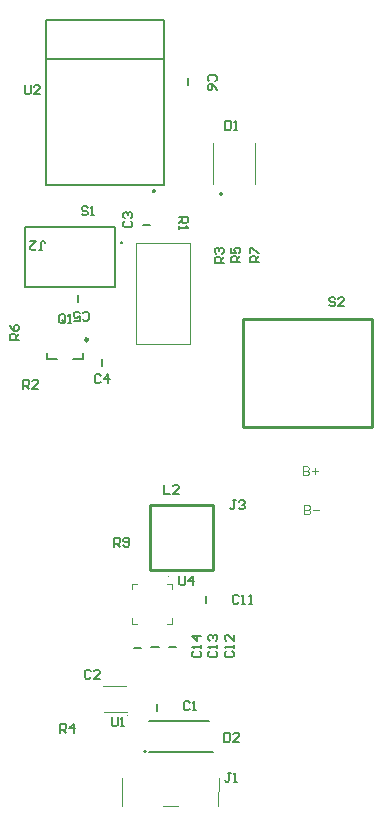
<source format=gto>
G04*
G04 #@! TF.GenerationSoftware,Altium Limited,Altium Designer,25.2.1 (25)*
G04*
G04 Layer_Color=65535*
%FSLAX44Y44*%
%MOMM*%
G71*
G04*
G04 #@! TF.SameCoordinates,8C29F912-5D16-4966-89D4-FD56EA257BD5*
G04*
G04*
G04 #@! TF.FilePolarity,Positive*
G04*
G01*
G75*
%ADD10C,0.1250*%
%ADD11C,0.2000*%
%ADD12C,0.2500*%
%ADD13C,0.3000*%
%ADD14C,0.1000*%
%ADD15C,0.1270*%
%ADD16C,0.2540*%
D10*
X114110Y190752D02*
G03*
X114110Y190752I-500J0D01*
G01*
X132738Y387826D02*
Y472916D01*
X87018Y387826D02*
X132738D01*
X87018D02*
Y472916D01*
X132738D01*
X112523Y184638D02*
X117148D01*
Y180013D02*
Y184638D01*
Y150638D02*
Y155263D01*
X112523Y150638D02*
X117148D01*
X83148D02*
X87773D01*
X83148D02*
Y155263D01*
Y184638D02*
X87773D01*
X83148Y180013D02*
Y184638D01*
X109340Y-3355D02*
X122040D01*
X59546Y76274D02*
X79159D01*
X58896Y97592D02*
X78509D01*
X227838Y283969D02*
Y276352D01*
X231647D01*
X232916Y277622D01*
Y278891D01*
X231647Y280161D01*
X227838D01*
X231647D01*
X232916Y281430D01*
Y282700D01*
X231647Y283969D01*
X227838D01*
X235455Y280161D02*
X240534D01*
X237995Y282700D02*
Y277622D01*
X229026Y251047D02*
Y243429D01*
X232835D01*
X234105Y244699D01*
Y245968D01*
X232835Y247238D01*
X229026D01*
X232835D01*
X234105Y248507D01*
Y249777D01*
X232835Y251047D01*
X229026D01*
X236644Y247238D02*
X241722D01*
D11*
X95370Y42365D02*
G03*
X93370Y42365I-1000J0D01*
G01*
D02*
G03*
X95370Y42365I1000J0D01*
G01*
X157672Y514348D02*
G03*
X159672Y514348I1000J0D01*
G01*
D02*
G03*
X157672Y514348I-1000J0D01*
G01*
X-7416Y486460D02*
X68783D01*
X-7416Y435661D02*
X68783D01*
Y486460D01*
X-7416Y435661D02*
Y486460D01*
X11605Y374542D02*
X19605D01*
X11605D02*
Y379542D01*
X33605Y374542D02*
X41605D01*
Y379542D01*
X97810Y67998D02*
X148570D01*
X97810Y42238D02*
X151440D01*
D12*
X45855Y391042D02*
G03*
X45855Y391042I-1250J0D01*
G01*
D13*
X101970Y516960D02*
G03*
X101970Y516960I-500J0D01*
G01*
D14*
X79990Y73226D02*
G03*
X79990Y73226I-500J0D01*
G01*
X156330Y-3355D02*
X156690Y20075D01*
X74690Y-3355D02*
Y20075D01*
X152172Y522748D02*
Y557948D01*
X187172Y522748D02*
Y557948D01*
D15*
X146055Y168001D02*
Y174001D01*
X84668Y130426D02*
X90668D01*
X114573Y130557D02*
X120573D01*
X99718Y130488D02*
X105717D01*
X57555Y369042D02*
Y375042D01*
X92408Y488599D02*
X98407D01*
X104690Y76868D02*
Y82868D01*
X130810Y606346D02*
Y612346D01*
X37592Y422958D02*
Y428958D01*
X10220Y628490D02*
X110220D01*
X10220Y521660D02*
X110220D01*
Y661660D01*
X10220D02*
X110220D01*
X10220Y521660D02*
Y661660D01*
X75134Y474015D02*
Y472745D01*
X73864D01*
Y474015D01*
X75134D01*
X173864Y173891D02*
X172594Y175161D01*
X170055D01*
X168786Y173891D01*
Y168813D01*
X170055Y167543D01*
X172594D01*
X173864Y168813D01*
X176403Y167543D02*
X178942D01*
X177673D01*
Y175161D01*
X176403Y173891D01*
X182751Y167543D02*
X185290D01*
X184021D01*
Y175161D01*
X182751Y173891D01*
X135637Y127382D02*
X134367Y126113D01*
Y123574D01*
X135637Y122304D01*
X140715D01*
X141985Y123574D01*
Y126113D01*
X140715Y127382D01*
X141985Y129922D02*
Y132461D01*
Y131191D01*
X134367D01*
X135637Y129922D01*
X141985Y140078D02*
X134367D01*
X138176Y136270D01*
Y141348D01*
X123446Y190985D02*
Y184637D01*
X124716Y183367D01*
X127255D01*
X128524Y184637D01*
Y190985D01*
X134872Y183367D02*
Y190985D01*
X131064Y187176D01*
X136142D01*
X45855Y502924D02*
X44586Y504194D01*
X42046D01*
X40777Y502924D01*
Y501655D01*
X42046Y500385D01*
X44586D01*
X45855Y499115D01*
Y497846D01*
X44586Y496576D01*
X42046D01*
X40777Y497846D01*
X48394Y496576D02*
X50934D01*
X49664D01*
Y504194D01*
X48394Y502924D01*
X68342Y215901D02*
Y223519D01*
X72151D01*
X73421Y222249D01*
Y219710D01*
X72151Y218440D01*
X68342D01*
X70881D02*
X73421Y215901D01*
X75960Y217171D02*
X77229Y215901D01*
X79769D01*
X81038Y217171D01*
Y222249D01*
X79769Y223519D01*
X77229D01*
X75960Y222249D01*
Y220980D01*
X77229Y219710D01*
X81038D01*
X110238Y268223D02*
Y260605D01*
X115316D01*
X122934D02*
X117856D01*
X122934Y265684D01*
Y266953D01*
X121664Y268223D01*
X119125D01*
X117856Y266953D01*
X171196Y255015D02*
X168657D01*
X169927D01*
Y248667D01*
X168657Y247397D01*
X167388D01*
X166118Y248667D01*
X173736Y253745D02*
X175005Y255015D01*
X177544D01*
X178814Y253745D01*
Y252476D01*
X177544Y251206D01*
X176275D01*
X177544D01*
X178814Y249936D01*
Y248667D01*
X177544Y247397D01*
X175005D01*
X173736Y248667D01*
X149093Y127382D02*
X147823Y126113D01*
Y123574D01*
X149093Y122304D01*
X154171D01*
X155441Y123574D01*
Y126113D01*
X154171Y127382D01*
X155441Y129922D02*
Y132461D01*
Y131191D01*
X147823D01*
X149093Y129922D01*
Y136270D02*
X147823Y137539D01*
Y140078D01*
X149093Y141348D01*
X150362D01*
X151632Y140078D01*
Y138809D01*
Y140078D01*
X152901Y141348D01*
X154171D01*
X155441Y140078D01*
Y137539D01*
X154171Y136270D01*
X163237Y127382D02*
X161967Y126113D01*
Y123574D01*
X163237Y122304D01*
X168315D01*
X169585Y123574D01*
Y126113D01*
X168315Y127382D01*
X169585Y129922D02*
Y132461D01*
Y131191D01*
X161967D01*
X163237Y129922D01*
X169585Y141348D02*
Y136270D01*
X164507Y141348D01*
X163237D01*
X161967Y140078D01*
Y137539D01*
X163237Y136270D01*
X191100Y456457D02*
X183482D01*
Y460266D01*
X184752Y461536D01*
X187291D01*
X188561Y460266D01*
Y456457D01*
Y458997D02*
X191100Y461536D01*
X183482Y464075D02*
Y469153D01*
X184752D01*
X189830Y464075D01*
X191100D01*
X26916Y406147D02*
Y411225D01*
X25647Y412495D01*
X23108D01*
X21838Y411225D01*
Y406147D01*
X23108Y404877D01*
X25647D01*
X24377Y407416D02*
X26916Y404877D01*
X25647D02*
X26916Y406147D01*
X29456Y404877D02*
X31995D01*
X30725D01*
Y412495D01*
X29456Y411225D01*
X41372Y408433D02*
X42642Y407163D01*
X45181D01*
X46451Y408433D01*
Y413511D01*
X45181Y414781D01*
X42642D01*
X41372Y413511D01*
X33755Y407163D02*
X38833D01*
Y410972D01*
X36294Y409702D01*
X35024D01*
X33755Y410972D01*
Y413511D01*
X35024Y414781D01*
X37564D01*
X38833Y413511D01*
X56640Y360424D02*
X55371Y361693D01*
X52832D01*
X51562Y360424D01*
Y355346D01*
X52832Y354076D01*
X55371D01*
X56640Y355346D01*
X62988Y354076D02*
Y361693D01*
X59180Y357885D01*
X64258D01*
X161290Y58418D02*
Y50800D01*
X165099D01*
X166368Y52070D01*
Y57148D01*
X165099Y58418D01*
X161290D01*
X173986Y50800D02*
X168908D01*
X173986Y55878D01*
Y57148D01*
X172716Y58418D01*
X170177D01*
X168908Y57148D01*
X-7495Y606669D02*
Y600322D01*
X-6225Y599052D01*
X-3686D01*
X-2417Y600322D01*
Y606669D01*
X5201Y599052D02*
X122D01*
X5201Y604130D01*
Y605400D01*
X3931Y606669D01*
X1392D01*
X122Y605400D01*
X22606Y58420D02*
Y66038D01*
X26415D01*
X27684Y64768D01*
Y62229D01*
X26415Y60959D01*
X22606D01*
X25145D02*
X27684Y58420D01*
X34032D02*
Y66038D01*
X30224Y62229D01*
X35302D01*
X160875Y456201D02*
X153258D01*
Y460010D01*
X154527Y461280D01*
X157066D01*
X158336Y460010D01*
Y456201D01*
Y458741D02*
X160875Y461280D01*
X154527Y463819D02*
X153258Y465088D01*
Y467628D01*
X154527Y468897D01*
X155797D01*
X157066Y467628D01*
Y466358D01*
Y467628D01*
X158336Y468897D01*
X159605D01*
X160875Y467628D01*
Y465088D01*
X159605Y463819D01*
X-8636Y349504D02*
Y357122D01*
X-4827D01*
X-3558Y355852D01*
Y353313D01*
X-4827Y352043D01*
X-8636D01*
X-6097D02*
X-3558Y349504D01*
X4060D02*
X-1019D01*
X4060Y354582D01*
Y355852D01*
X2790Y357122D01*
X251D01*
X-1019Y355852D01*
X153668Y610110D02*
X154937Y611379D01*
Y613918D01*
X153668Y615188D01*
X148590D01*
X147320Y613918D01*
Y611379D01*
X148590Y610110D01*
X154937Y602492D02*
X153668Y605031D01*
X151129Y607570D01*
X148590D01*
X147320Y606301D01*
Y603762D01*
X148590Y602492D01*
X149859D01*
X151129Y603762D01*
Y607570D01*
X48258Y110234D02*
X46989Y111503D01*
X44450D01*
X43180Y110234D01*
Y105156D01*
X44450Y103886D01*
X46989D01*
X48258Y105156D01*
X55876Y103886D02*
X50798D01*
X55876Y108964D01*
Y110234D01*
X54606Y111503D01*
X52067D01*
X50798Y110234D01*
X-12519Y391042D02*
X-20137D01*
Y394851D01*
X-18867Y396120D01*
X-16328D01*
X-15058Y394851D01*
Y391042D01*
Y393581D02*
X-12519Y396120D01*
X-20137Y403738D02*
X-18867Y401199D01*
X-16328Y398659D01*
X-13789D01*
X-12519Y399929D01*
Y402468D01*
X-13789Y403738D01*
X-15058D01*
X-16328Y402468D01*
Y398659D01*
X175006Y456457D02*
X167388D01*
Y460266D01*
X168658Y461536D01*
X171197D01*
X172467Y460266D01*
Y456457D01*
Y458997D02*
X175006Y461536D01*
X167388Y469153D02*
Y464075D01*
X171197D01*
X169928Y466614D01*
Y467884D01*
X171197Y469153D01*
X173736D01*
X175006Y467884D01*
Y465345D01*
X173736Y464075D01*
X122921Y494663D02*
X130539D01*
Y490854D01*
X129269Y489585D01*
X126730D01*
X125460Y490854D01*
Y494663D01*
Y492124D02*
X122921Y489585D01*
Y487045D02*
Y484506D01*
Y485776D01*
X130539D01*
X129269Y487045D01*
X77218Y491234D02*
X75949Y489965D01*
Y487426D01*
X77218Y486156D01*
X82296D01*
X83566Y487426D01*
Y489965D01*
X82296Y491234D01*
X77218Y493773D02*
X75949Y495043D01*
Y497582D01*
X77218Y498852D01*
X78488D01*
X79757Y497582D01*
Y496313D01*
Y497582D01*
X81027Y498852D01*
X82296D01*
X83566Y497582D01*
Y495043D01*
X82296Y493773D01*
X66294Y71371D02*
Y65024D01*
X67564Y63754D01*
X70103D01*
X71372Y65024D01*
Y71371D01*
X73911Y63754D02*
X76451D01*
X75181D01*
Y71371D01*
X73911Y70102D01*
X166876Y24636D02*
X164337D01*
X165607D01*
Y18288D01*
X164337Y17018D01*
X163068D01*
X161798Y18288D01*
X169415Y17018D02*
X171955D01*
X170685D01*
Y24636D01*
X169415Y23366D01*
X132078Y83818D02*
X130809Y85087D01*
X128270D01*
X127000Y83818D01*
Y78740D01*
X128270Y77470D01*
X130809D01*
X132078Y78740D01*
X134618Y77470D02*
X137157D01*
X135887D01*
Y85087D01*
X134618Y83818D01*
X162306Y576324D02*
Y568706D01*
X166115D01*
X167384Y569976D01*
Y575054D01*
X166115Y576324D01*
X162306D01*
X169923Y568706D02*
X172463D01*
X171193D01*
Y576324D01*
X169923Y575054D01*
X255288Y425556D02*
X254018Y426825D01*
X251479D01*
X250209Y425556D01*
Y424286D01*
X251479Y423017D01*
X254018D01*
X255288Y421747D01*
Y420478D01*
X254018Y419208D01*
X251479D01*
X250209Y420478D01*
X262905Y419208D02*
X257827D01*
X262905Y424286D01*
Y425556D01*
X261636Y426825D01*
X259096D01*
X257827Y425556D01*
X4777Y466618D02*
X7316D01*
X6047D01*
Y472965D01*
X7316Y474235D01*
X8586D01*
X9855Y472965D01*
X-2840Y474235D02*
X2238D01*
X-2840Y469157D01*
Y467887D01*
X-1571Y466618D01*
X968D01*
X2238Y467887D01*
D16*
X98677Y196286D02*
Y251086D01*
X151477D01*
Y196286D02*
Y251086D01*
X98677Y196286D02*
X151477D01*
X177038Y408686D02*
X286258D01*
X177038Y317246D02*
Y408686D01*
Y317246D02*
X286258D01*
Y408686D01*
M02*

</source>
